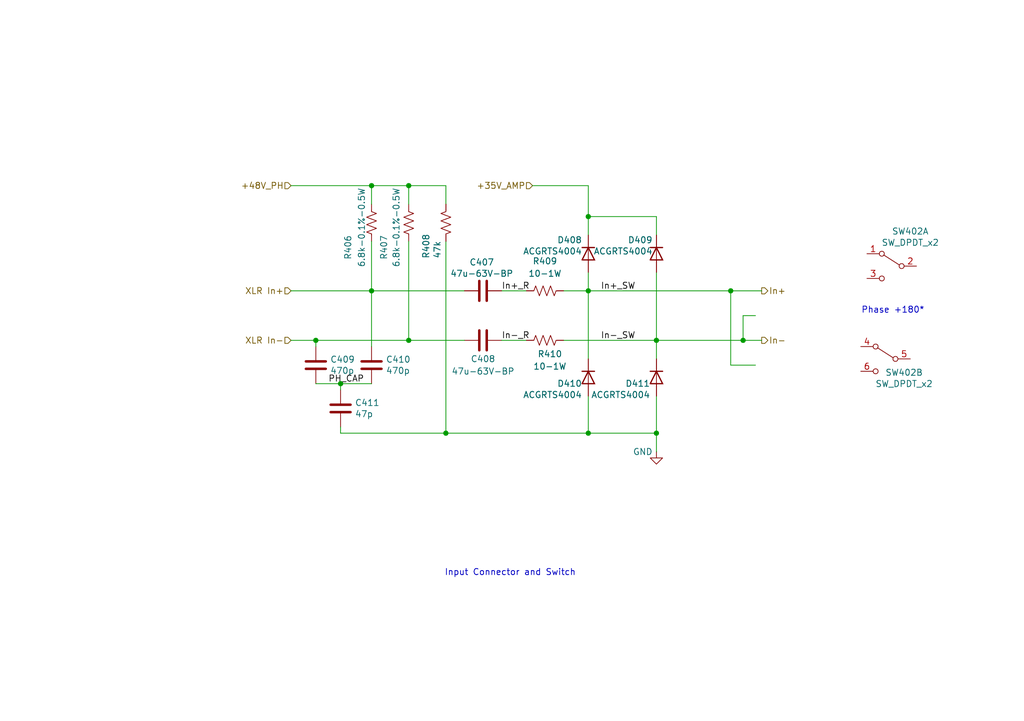
<source format=kicad_sch>
(kicad_sch (version 20231120) (generator "eeschema") (generator_version "8.0")
  (paper "A5")
  (lib_symbols
    (symbol "Device:C" (pin_numbers hide) (pin_names (offset 0.254))
      (property "Reference" "C" (at 0.635 2.54 0))
      (property "Value" "C" (at 0.635 -2.54 0))
      (symbol "C_0_1"
        (polyline (pts (xy -2.032 -0.762) (xy 2.032 -0.762)) (stroke (width 0.508)))
        (polyline (pts (xy -2.032 0.762) (xy 2.032 0.762)) (stroke (width 0.508)))
      )
      (symbol "C_1_1"
        (pin passive line (at 0 3.81 270) (length 2.794) (name "~") (number "1"))
        (pin passive line (at 0 -3.81 90) (length 2.794) (name "~") (number "2"))
      )
    )
    (symbol "Device:D" (pin_numbers hide) (pin_names (offset 1.016) hide)
      (property "Reference" "D" (at 0 2.54 0))
      (property "Value" "D" (at 0 -2.54 0))
      (symbol "D_0_1"
        (polyline (pts (xy -1.27 1.27) (xy -1.27 -1.27)) (stroke (width 0.254)))
        (polyline (pts (xy 1.27 0) (xy -1.27 0)))
        (polyline (pts (xy 1.27 1.27) (xy 1.27 -1.27) (xy -1.27 0) (xy 1.27 1.27)) (stroke (width 0.254)))
      )
      (symbol "D_1_1"
        (pin passive line (at -3.81 0 0) (length 2.54) (name "K") (number "1"))
        (pin passive line (at 3.81 0 180) (length 2.54) (name "A") (number "2"))
      )
    )
    (symbol "Device:R_US" (pin_numbers hide) (pin_names (offset 0))
      (property "Reference" "R" (at 2.54 0 90))
      (property "Value" "R_US" (at -2.54 0 90))
      (symbol "R_US_0_1"
        (polyline (pts (xy 0 -2.286) (xy 0 -2.54)))
        (polyline (pts (xy 0 2.286) (xy 0 2.54)))
        (polyline (pts (xy 0 -0.762) (xy 1.016 -1.143) (xy 0 -1.524) (xy -1.016 -1.905) (xy 0 -2.286)))
        (polyline (pts (xy 0 0.762) (xy 1.016 0.381) (xy 0 0) (xy -1.016 -0.381) (xy 0 -0.762)))
        (polyline (pts (xy 0 2.286) (xy 1.016 1.905) (xy 0 1.524) (xy -1.016 1.143) (xy 0 0.762)))
      )
      (symbol "R_US_1_1"
        (pin passive line (at 0 3.81 270) (length 1.27) (name "~") (number "1"))
        (pin passive line (at 0 -3.81 90) (length 1.27) (name "~") (number "2"))
      )
    )
    (symbol "Switch:SW_DPDT_x2" (pin_names (offset 0) hide)
      (property "Reference" "SW" (at 0 4.318 0))
      (property "Value" "SW_DPDT_x2" (at 0 -5.08 0))
      (symbol "SW_DPDT_x2_0_0"
        (circle (center -2.032 0) (radius 0.508))
        (circle (center 2.032 -2.54) (radius 0.508))
      )
      (symbol "SW_DPDT_x2_0_1"
        (polyline (pts (xy -1.524 0.254) (xy 1.651 2.286)))
        (circle (center 2.032 2.54) (radius 0.508))
      )
      (symbol "SW_DPDT_x2_1_1"
        (pin passive line (at 5.08 2.54 180) (length 2.54) (name "A") (number "1"))
        (pin passive line (at -5.08 0 0) (length 2.54) (name "B") (number "2"))
        (pin passive line (at 5.08 -2.54 180) (length 2.54) (name "C") (number "3"))
      )
      (symbol "SW_DPDT_x2_2_1"
        (pin passive line (at 5.08 2.54 180) (length 2.54) (name "A") (number "4"))
        (pin passive line (at -5.08 0 0) (length 2.54) (name "B") (number "5"))
        (pin passive line (at 5.08 -2.54 180) (length 2.54) (name "C") (number "6"))
      )
    )
    (symbol "power:GND" (power) (pin_numbers hide) (pin_names (offset 0) hide)
      (property "Value" "GND" (at 0 -3.81 0))
      (symbol "GND_0_1"
        (polyline (pts (xy 0 0) (xy 0 -1.27) (xy 1.27 -1.27) (xy 0 -2.54) (xy -1.27 -1.27) (xy 0 -1.27)))
      )
      (symbol "GND_1_1"
        (pin power_in line (at 0 0 270) (length 0) (name "~") (number "1"))
      )
    )
  )
  (junction (at 134.62 69.85))
  (junction (at 76.2 38.1))
  (junction (at 120.65 44.45))
  (junction (at 69.85 78.74))
  (junction (at 120.65 59.69))
  (junction (at 134.62 88.9))
  (junction (at 152.4 69.85))
  (junction (at 83.82 69.85))
  (junction (at 120.65 88.9))
  (junction (at 76.2 59.69))
  (junction (at 64.77 69.85))
  (junction (at 149.86 59.69))
  (junction (at 83.82 38.1))
  (junction (at 91.44 88.9))
  (wire (pts (xy 76.2 59.69) (xy 59.69 59.69)))
  (wire (pts (xy 76.2 38.1) (xy 83.82 38.1)))
  (wire (pts (xy 120.65 44.45) (xy 120.65 48.26)))
  (wire (pts (xy 120.65 55.88) (xy 120.65 59.69)))
  (wire (pts (xy 152.4 64.77) (xy 152.4 69.85)))
  (wire (pts (xy 102.87 59.69) (xy 107.95 59.69)))
  (wire (pts (xy 115.57 69.85) (xy 134.62 69.85)))
  (wire (pts (xy 59.69 69.85) (xy 64.77 69.85)))
  (wire (pts (xy 134.62 92.71) (xy 134.62 88.9)))
  (wire (pts (xy 120.65 59.69) (xy 120.65 73.66)))
  (wire (pts (xy 120.65 59.69) (xy 149.86 59.69)))
  (wire (pts (xy 64.77 71.12) (xy 64.77 69.85)))
  (wire (pts (xy 64.77 78.74) (xy 69.85 78.74)))
  (wire (pts (xy 69.85 80.01) (xy 69.85 78.74)))
  (wire (pts (xy 95.25 69.85) (xy 83.82 69.85)))
  (wire (pts (xy 91.44 41.91) (xy 91.44 38.1)))
  (wire (pts (xy 91.44 88.9) (xy 120.65 88.9)))
  (wire (pts (xy 120.65 38.1) (xy 120.65 44.45)))
  (wire (pts (xy 120.65 81.28) (xy 120.65 88.9)))
  (wire (pts (xy 59.69 38.1) (xy 76.2 38.1)))
  (wire (pts (xy 102.87 69.85) (xy 107.95 69.85)))
  (wire (pts (xy 152.4 69.85) (xy 156.21 69.85)))
  (wire (pts (xy 76.2 59.69) (xy 76.2 71.12)))
  (wire (pts (xy 83.82 49.53) (xy 83.82 69.85)))
  (wire (pts (xy 69.85 88.9) (xy 69.85 87.63)))
  (wire (pts (xy 76.2 59.69) (xy 95.25 59.69)))
  (wire (pts (xy 120.65 44.45) (xy 134.62 44.45)))
  (wire (pts (xy 91.44 49.53) (xy 91.44 88.9)))
  (wire (pts (xy 109.22 38.1) (xy 120.65 38.1)))
  (wire (pts (xy 64.77 69.85) (xy 83.82 69.85)))
  (wire (pts (xy 134.62 69.85) (xy 152.4 69.85)))
  (wire (pts (xy 134.62 55.88) (xy 134.62 69.85)))
  (wire (pts (xy 149.86 59.69) (xy 156.21 59.69)))
  (wire (pts (xy 69.85 88.9) (xy 91.44 88.9)))
  (wire (pts (xy 149.86 74.93) (xy 154.94 74.93)))
  (wire (pts (xy 120.65 88.9) (xy 134.62 88.9)))
  (wire (pts (xy 134.62 81.28) (xy 134.62 88.9)))
  (wire (pts (xy 115.57 59.69) (xy 120.65 59.69)))
  (wire (pts (xy 76.2 49.53) (xy 76.2 59.69)))
  (wire (pts (xy 149.86 59.69) (xy 149.86 74.93)))
  (wire (pts (xy 69.85 78.74) (xy 76.2 78.74)))
  (wire (pts (xy 134.62 69.85) (xy 134.62 73.66)))
  (wire (pts (xy 154.94 64.77) (xy 152.4 64.77)))
  (wire (pts (xy 134.62 44.45) (xy 134.62 48.26)))
  (wire (pts (xy 83.82 38.1) (xy 83.82 41.91)))
  (wire (pts (xy 76.2 38.1) (xy 76.2 41.91)))
  (wire (pts (xy 83.82 38.1) (xy 91.44 38.1)))
  (text "Input Connector and Switch" (at 104.648 117.602 0) (effects (font (size 1.27 1.27))))
  (text "Phase +180*" (at 183.134 63.754 0) (effects (font (size 1.27 1.27))))
  (label "In+_R" (at 102.87 59.69 0))
  (label "PH_CAP" (at 67.31 78.74 0))
  (label "In+_SW" (at 123.19 59.69 0))
  (label "In-_SW" (at 123.19 69.85 0))
  (label "In-_R" (at 102.87 69.85 0))
  (hierarchical_label "In+" (shape output) (at 156.21 59.69 0))
  (hierarchical_label "XLR In+" (shape input) (at 59.69 59.69 180))
  (hierarchical_label "XLR In-" (shape input) (at 59.69 69.85 180))
  (hierarchical_label "+48V_PH" (shape input) (at 59.69 38.1 180))
  (hierarchical_label "In-" (shape output) (at 156.21 69.85 0))
  (hierarchical_label "+35V_AMP" (shape input) (at 109.22 38.1 180))
  (symbol (lib_id "Device:C") (at 69.85 83.82 0) (unit 1)
    (property "Reference" "C411" (at 72.771 82.6516 0) (effects (justify left)))
    (property "Value" "47p" (at 72.771 84.963 0) (effects (justify left)))
    (property "Footprint" "Capacitor_SMD:C_0402_1005Metric" (effects (hide yes)))
    (property "Mfr Part Nr" "GRM1555C2A470GA01D" (effects (hide yes)))
  )
  (symbol (lib_id "Device:R_US") (at 111.76 69.85 270) (unit 1)
    (property "Reference" "R410" (at 112.776 72.644 90))
    (property "Value" "10-1W" (at 112.776 75.184 90))
    (property "Footprint" "Resistor_SMD:R_1206_3216Metric" (effects (hide yes)))
    (property "Mfr Part Nr" "CSRT1206FT10R0" (effects (hide yes)))
  )
  (symbol (lib_id "Device:C") (at 99.06 59.69 90) (mirror x) (unit 1)
    (property "Reference" "C407" (at 98.806 53.8226 90))
    (property "Value" "47u-63V-BP" (at 98.806 56.134 90))
    (property "Footprint" "Capacitor_THT:C_Radial_D10.0mm_H16.0mm_P5.00mm" (effects (hide yes)))
    (property "Mfr Part Nr" "UVP1J470MPD" (effects (hide yes)))
  )
  (symbol (lib_id "Switch:SW_DPDT_x2") (at 181.61 73.66 0) (mirror y) (unit 2)
    (property "Reference" "SW402" (at 185.42 76.454 0))
    (property "Value" "SW_DPDT_x2" (at 185.42 78.7654 0))
    (property "Footprint" "footprint:PBH2UEESNPNAGX_EWI" (effects (hide yes)))
    (property "Mfr Part Nr" "PBH2UEESNPNAGX" (effects (hide yes)))
  )
  (symbol (lib_id "Device:R_US") (at 83.82 45.72 0) (unit 1)
    (property "Reference" "R407" (at 78.74 53.34 90) (effects (justify left)))
    (property "Value" "6.8k-0.1%-0.5W" (at 81.28 54.864 90) (effects (justify left)))
    (property "Footprint" "Resistor_SMD:R_1206_3216Metric" (effects (hide yes)))
    (property "Mfr Part Nr" "TNPW12066K81BEEN" (effects (hide yes)))
  )
  (symbol (lib_id "Device:D") (at 134.62 52.07 270) (unit 1)
    (property "Reference" "D409" (at 133.858 49.2506 90) (effects (justify right)))
    (property "Value" "ACGRTS4004" (at 133.858 51.562 90) (effects (justify right)))
    (property "Footprint" "Diode_SMD:D_SOD-123F" (effects (hide yes)))
    (property "Mfr Part Nr" "ACGRTS4004-HF" (effects (hide yes)))
  )
  (symbol (lib_id "Device:R_US") (at 91.44 45.72 0) (mirror y) (unit 1)
    (property "Reference" "R408" (at 87.376 53.086 90) (effects (justify left)))
    (property "Value" "47k" (at 89.6874 53.086 90) (effects (justify left)))
    (property "Footprint" "Resistor_SMD:R_MELF_MMB-0207" (effects (hide yes)))
    (property "Mfr Part Nr" "MMB02070C4702FB200 " (effects (hide yes)))
  )
  (symbol (lib_id "Device:C") (at 64.77 74.93 0) (unit 1)
    (property "Reference" "C409" (at 67.691 73.7616 0) (effects (justify left)))
    (property "Value" "470p" (at 67.691 76.073 0) (effects (justify left)))
    (property "Footprint" "Capacitor_SMD:C_0805_2012Metric" (effects (hide yes)))
    (property "Mfr Part Nr" "C0603C471J1GACTU " (effects (hide yes)))
  )
  (symbol (lib_id "Device:D") (at 134.62 77.47 270) (unit 1)
    (property "Reference" "D411" (at 133.35 78.7146 90) (effects (justify right)))
    (property "Value" "ACGRTS4004" (at 133.35 81.026 90) (effects (justify right)))
    (property "Footprint" "Diode_SMD:D_SOD-123F" (effects (hide yes)))
    (property "Mfr Part Nr" "ACGRTS4004-HF" (effects (hide yes)))
  )
  (symbol (lib_id "Device:R_US") (at 111.76 59.69 270) (unit 1)
    (property "Reference" "R409" (at 111.76 53.594 90))
    (property "Value" "10-1W" (at 111.76 56.134 90))
    (property "Footprint" "Resistor_SMD:R_1206_3216Metric" (effects (hide yes)))
    (property "Description" "1W" (effects (hide yes)))
    (property "Mfr Part Nr" "CSRT1206FT10R0" (effects (hide yes)))
  )
  (symbol (lib_id "Device:R_US") (at 76.2 45.72 0) (unit 1)
    (property "Reference" "R406" (at 71.374 53.34 90) (effects (justify left)))
    (property "Value" "6.8k-0.1%-0.5W" (at 74.168 54.864 90) (effects (justify left)))
    (property "Footprint" "Resistor_SMD:R_1206_3216Metric" (effects (hide yes)))
    (property "Mfr Part Nr" "TNPW12066K81BEEN" (effects (hide yes)))
  )
  (symbol (lib_id "Device:D") (at 120.65 52.07 270) (unit 1)
    (property "Reference" "D408" (at 119.38 49.2506 90) (effects (justify right)))
    (property "Value" "ACGRTS4004" (at 119.38 51.562 90) (effects (justify right)))
    (property "Footprint" "Diode_SMD:D_SOD-123F" (effects (hide yes)))
    (property "Mfr Part Nr" "ACGRTS4004-HF" (effects (hide yes)))
  )
  (symbol (lib_id "Device:D") (at 120.65 77.47 270) (unit 1)
    (property "Reference" "D410" (at 119.38 78.7146 90) (effects (justify right)))
    (property "Value" "ACGRTS4004" (at 119.38 81.026 90) (effects (justify right)))
    (property "Footprint" "Diode_SMD:D_SOD-123F" (effects (hide yes)))
    (property "Mfr Part Nr" "ACGRTS4004-HF" (effects (hide yes)))
  )
  (symbol (lib_id "Device:C") (at 99.06 69.85 90) (unit 1)
    (property "Reference" "C408" (at 99.06 73.66 90))
    (property "Value" "47u-63V-BP" (at 99.06 76.2 90))
    (property "Footprint" "Capacitor_THT:C_Radial_D10.0mm_H16.0mm_P5.00mm" (effects (hide yes)))
    (property "Mfr Part Nr" "UVP1J470MPD" (effects (hide yes)))
  )
  (symbol (lib_id "Device:C") (at 76.2 74.93 0) (unit 1)
    (property "Reference" "C410" (at 79.121 73.7616 0) (effects (justify left)))
    (property "Value" "470p" (at 79.121 76.073 0) (effects (justify left)))
    (property "Footprint" "Capacitor_SMD:C_0805_2012Metric" (effects (hide yes)))
    (property "Mfr Part Nr" "C0603C471J1GACTU " (effects (hide yes)))
  )
  (symbol (lib_id "Switch:SW_DPDT_x2") (at 182.88 54.61 0) (mirror y) (unit 1)
    (property "Reference" "SW402" (at 186.69 47.4726 0))
    (property "Value" "SW_DPDT_x2" (at 186.69 49.784 0))
    (property "Footprint" "footprint:PBH2UEESNPNAGX_EWI" (effects (hide yes)))
    (property "Mfr Part Nr" "PBH2UEESNPNAGX" (effects (hide yes)))
  )
  (symbol (lib_id "power:GND") (at 134.62 92.71 0) (unit 1)
    (property "Reference" "#PWR0407" (effects (hide yes)))
    (property "Value" "GND" (at 131.826 92.71 0))
  )
)
</source>
